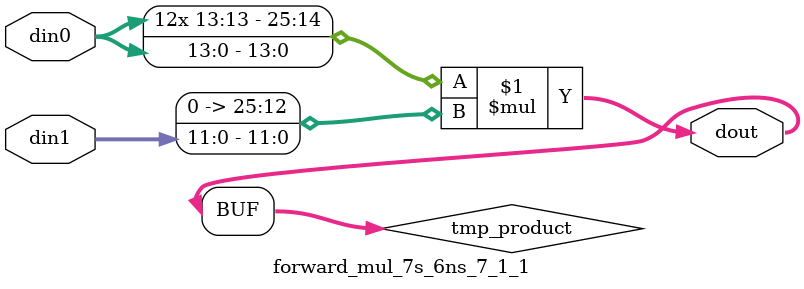
<source format=v>
 module forward_mul_7s_6ns_7_1_1(din0, din1, dout); 
parameter ID = 1;
parameter NUM_STAGE = 0;
parameter din0_WIDTH = 14;
parameter din1_WIDTH = 12;
parameter dout_WIDTH = 26;
input [din0_WIDTH - 1 : 0] din0; 
input [din1_WIDTH - 1 : 0] din1; 
output [dout_WIDTH - 1 : 0] dout;
wire signed [dout_WIDTH - 1 : 0] tmp_product;
assign tmp_product = $signed(din0) * $signed({1'b0, din1});
assign dout = tmp_product;
endmodule
</source>
